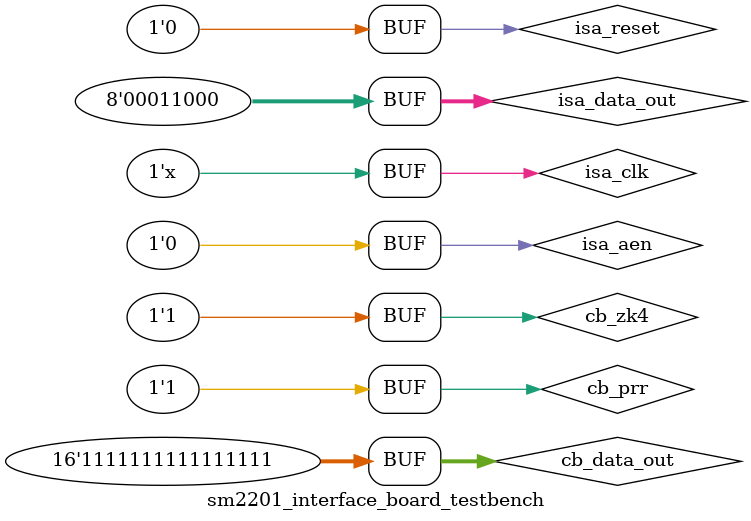
<source format=v>
`timescale 1ns / 1ps


module sm2201_interface_board_testbench;

    // isa input signals
    reg isa_clk;
    reg isa_ior;
    wire isa_iow;
    reg isa_reset;
    reg isa_ale;
    reg isa_aen;
    wire q_r_debug;

    reg [9:0] isa_addr;
    wire [7:0] isa_data;
    reg [31:0] counter;
    reg [1:0] operation;        // 0 - read, 1 - write

    // isa output signals
    wire [7:0] isa_irq;
    wire isa_chrdy;

    // CAMAC input signals
    reg cb_prr;
    reg cb_zk4;
    wire [15:0] cb_data;
    reg [15:0] cb_data_out;
    wire [11:0] cb_addr;
    reg [7:0] isa_data_out;

    assign cb_data = q_r_debug == 1'b0 ? cb_data_out : 16'bz;//16'b0000000000000000;
    assign isa_data = q_r_debug == 1'b1 ? isa_data_out : 8'bz;//8'b1010001;
    assign isa_iow = ~ isa_ior;

    // Instantiate the Unit Under Test (UUT)
    sm2201_interface_board
    uut (
        // isa inputs
        .isa_clk(isa_clk), 
        .isa_reset(isa_reset), 
        .isa_ior(isa_ior), 
        .isa_iow(isa_iow), 
        .isa_addr(isa_addr),
        .isa_data(isa_data),
        .isa_ale(isa_ale),
        .isa_aen(isa_aen),
        // isa outputs
        .isa_chrdy(isa_chrdy),
        // debug
        .q_r_debug(q_r_debug),
        // CAMAC inputs
        .cb_prr(cb_prr),
        .cb_zk4(cb_zk4),
        .cb_cx1(cb_cx1),
        .cb_data(cb_data),
        .cb_addr(cb_addr)
    );

    initial 
    begin
        // initial ISA
        isa_reset <= 0;
        isa_clk <= 0;
        isa_ior <= 1;
        isa_addr <= 240;
        isa_ale <= 0;
        isa_aen <= 0;
        // initial CAMAC
        cb_prr <= 1;
        cb_zk4 <= 1;
        isa_data_out <= 8'b00011000;
        cb_data_out <= 16'b1111111111111111;
        counter <= 0;
        operation <= 0;
    end
    
    // we are model ISA logic
    always
    begin
        #60 isa_clk <= ~isa_clk; 
        #120 counter <= counter + 1;
        // ISA ALE, IOR, IOW generation
        if (counter == 10) 
        begin
            isa_ale <= 1;
        end
        else if (counter == 20)
        begin
            if (operation == 0)
                isa_ior <= 0;
        end
        else if (counter == 44)
        begin
            isa_ale <= 0;
        end

        else if (counter == 146)
        begin
            if (operation == 0)
                isa_ior <= 1;

            counter <= 10;
            operation <= operation + 1;
            if (operation == 1)
            begin
                isa_addr <= isa_addr + 1;
                operation <= 0;
            end
            // isa addresses range from 100-13E
            if (isa_addr == 318)
            begin
                isa_addr <= 256;
            end
        end
    end
endmodule

</source>
